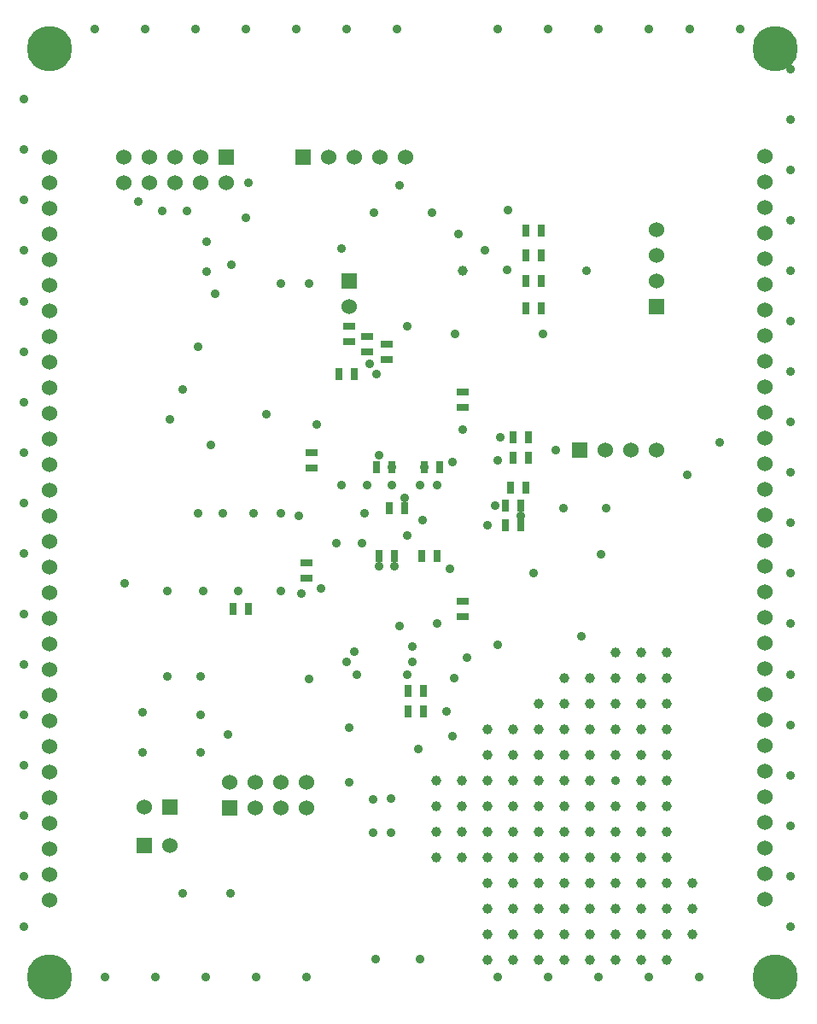
<source format=gbs>
G04 (created by PCBNEW (2013-07-07 BZR 4022)-stable) date 2015/08/01 18:05:42*
%MOIN*%
G04 Gerber Fmt 3.4, Leading zero omitted, Abs format*
%FSLAX34Y34*%
G01*
G70*
G90*
G04 APERTURE LIST*
%ADD10C,0.00590551*%
%ADD11R,0.045X0.025*%
%ADD12R,0.025X0.045*%
%ADD13C,0.0354*%
%ADD14R,0.06X0.06*%
%ADD15C,0.06*%
%ADD16C,0.177165*%
%ADD17C,0.0393701*%
%ADD18C,0.035*%
G04 APERTURE END LIST*
G54D10*
G54D11*
X29921Y-30122D03*
X29921Y-29522D03*
G54D12*
X35044Y-29232D03*
X34444Y-29232D03*
X32672Y-25787D03*
X33272Y-25787D03*
X27062Y-31299D03*
X27662Y-31299D03*
G54D11*
X30118Y-25192D03*
X30118Y-25792D03*
G54D12*
X32770Y-29232D03*
X33370Y-29232D03*
X33164Y-27362D03*
X33764Y-27362D03*
X38292Y-28051D03*
X37692Y-28051D03*
X37692Y-27263D03*
X38292Y-27263D03*
X37888Y-26574D03*
X38488Y-26574D03*
X35142Y-25787D03*
X34542Y-25787D03*
G54D13*
X32637Y-44960D03*
X34369Y-44960D03*
G54D12*
X37987Y-25393D03*
X38587Y-25393D03*
X37987Y-24606D03*
X38587Y-24606D03*
G54D11*
X32283Y-21264D03*
X32283Y-20664D03*
X33070Y-21559D03*
X33070Y-20959D03*
X36023Y-31599D03*
X36023Y-30999D03*
X36023Y-23429D03*
X36023Y-22829D03*
G54D14*
X26803Y-13673D03*
G54D15*
X26803Y-14673D03*
X25803Y-13673D03*
X25803Y-14673D03*
X24803Y-13673D03*
X24803Y-14673D03*
X23803Y-13673D03*
X23803Y-14673D03*
X22803Y-13673D03*
X22803Y-14673D03*
G54D14*
X29791Y-13681D03*
G54D15*
X30791Y-13681D03*
X31791Y-13681D03*
X32791Y-13681D03*
X33791Y-13681D03*
G54D14*
X26944Y-39082D03*
G54D15*
X26944Y-38082D03*
X27944Y-39082D03*
X27944Y-38082D03*
X28944Y-39082D03*
X28944Y-38082D03*
X29944Y-39082D03*
X29944Y-38082D03*
G54D14*
X40600Y-25100D03*
G54D15*
X41600Y-25100D03*
X42600Y-25100D03*
X43600Y-25100D03*
G54D14*
X43602Y-19511D03*
G54D15*
X43602Y-18511D03*
X43602Y-17511D03*
X43602Y-16511D03*
X19881Y-13665D03*
X19881Y-14665D03*
X19881Y-23665D03*
X19881Y-16665D03*
X19881Y-25665D03*
X19881Y-18665D03*
X19881Y-27665D03*
X19881Y-20665D03*
X19881Y-29665D03*
X19881Y-22665D03*
X19881Y-31665D03*
X19881Y-24665D03*
X19881Y-33665D03*
X19881Y-26665D03*
X19881Y-35665D03*
X19881Y-28665D03*
X19881Y-37665D03*
X19881Y-30665D03*
X19881Y-39665D03*
X19881Y-32665D03*
X19881Y-34665D03*
X19881Y-36665D03*
X19881Y-38665D03*
X19881Y-40665D03*
X19881Y-15665D03*
X19881Y-17665D03*
X19881Y-19665D03*
X19881Y-21665D03*
X19881Y-41665D03*
X19881Y-42665D03*
X47834Y-42633D03*
X47834Y-41633D03*
X47834Y-32633D03*
X47834Y-39633D03*
X47834Y-30633D03*
X47834Y-37633D03*
X47834Y-28633D03*
X47834Y-35633D03*
X47834Y-26633D03*
X47834Y-33633D03*
X47834Y-24633D03*
X47834Y-31633D03*
X47834Y-22633D03*
X47834Y-29633D03*
X47834Y-20633D03*
X47834Y-27633D03*
X47834Y-18633D03*
X47834Y-25633D03*
X47834Y-16633D03*
X47834Y-23633D03*
X47834Y-21633D03*
X47834Y-19633D03*
X47834Y-17633D03*
X47834Y-15633D03*
X47834Y-40633D03*
X47834Y-38633D03*
X47834Y-36633D03*
X47834Y-34633D03*
X47834Y-14633D03*
X47834Y-13633D03*
G54D14*
X24600Y-39040D03*
G54D15*
X23600Y-39040D03*
G54D14*
X23600Y-40540D03*
G54D15*
X24600Y-40540D03*
G54D16*
X19881Y-9448D03*
X19881Y-45669D03*
X48228Y-9448D03*
X48228Y-45669D03*
G54D12*
X31796Y-22145D03*
X31196Y-22145D03*
G54D11*
X31594Y-20870D03*
X31594Y-20270D03*
G54D12*
X38479Y-19586D03*
X39079Y-19586D03*
X38479Y-18503D03*
X39079Y-18503D03*
X38479Y-17519D03*
X39079Y-17519D03*
X38479Y-16535D03*
X39079Y-16535D03*
G54D14*
X31594Y-18496D03*
G54D15*
X31594Y-19496D03*
G54D12*
X33900Y-34500D03*
X34500Y-34500D03*
X33900Y-35300D03*
X34500Y-35300D03*
G54D17*
X43000Y-33000D03*
X43000Y-35000D03*
X43000Y-34000D03*
X42000Y-33000D03*
X42000Y-34000D03*
X42000Y-35000D03*
X42000Y-36000D03*
X42000Y-37000D03*
G54D18*
X42000Y-38000D03*
G54D17*
X42000Y-39000D03*
X42000Y-40000D03*
X42000Y-41000D03*
X42000Y-42000D03*
X42000Y-43000D03*
X42000Y-44000D03*
X43000Y-44000D03*
X44000Y-44000D03*
X44000Y-43000D03*
X44000Y-42000D03*
X44000Y-41000D03*
X44000Y-40000D03*
X44000Y-39000D03*
X44000Y-38000D03*
X44000Y-37000D03*
X44000Y-36000D03*
X44000Y-35000D03*
X44000Y-34000D03*
X44000Y-33000D03*
X43000Y-42000D03*
X43000Y-43000D03*
X43000Y-41000D03*
X43000Y-40000D03*
X43000Y-39000D03*
X43000Y-38000D03*
X43000Y-37000D03*
X43000Y-36000D03*
X41000Y-36000D03*
X40000Y-36000D03*
X38000Y-37000D03*
X39000Y-37000D03*
X40000Y-37000D03*
X41000Y-37000D03*
X41000Y-38000D03*
X40000Y-38000D03*
X39000Y-38000D03*
X38000Y-38000D03*
X38000Y-39000D03*
X39000Y-39000D03*
X40000Y-39000D03*
X41000Y-39000D03*
X41000Y-40000D03*
X40000Y-40000D03*
X39000Y-40000D03*
X38000Y-40000D03*
X38000Y-41000D03*
X39000Y-41000D03*
X40000Y-41000D03*
X41000Y-41000D03*
X41000Y-42000D03*
X40000Y-42000D03*
X39000Y-42000D03*
X38000Y-42000D03*
X39000Y-43000D03*
X40000Y-43000D03*
X41000Y-43000D03*
X41000Y-44000D03*
X40000Y-44000D03*
X39000Y-44000D03*
X38000Y-43000D03*
X38000Y-44000D03*
X37000Y-44000D03*
X37000Y-43000D03*
X37000Y-42000D03*
X37000Y-41000D03*
X37000Y-40000D03*
X37000Y-39000D03*
X37000Y-38000D03*
X37000Y-37000D03*
X37000Y-36000D03*
X38000Y-36000D03*
X39000Y-36000D03*
X39000Y-35000D03*
X40000Y-35000D03*
X40000Y-34000D03*
X41000Y-35000D03*
X41000Y-34000D03*
X45000Y-42000D03*
X45000Y-43000D03*
X45000Y-44000D03*
G54D18*
X31299Y-17224D03*
X37401Y-25492D03*
X37500Y-24606D03*
X36023Y-24311D03*
X33562Y-14763D03*
X26377Y-18996D03*
X32578Y-15846D03*
X25688Y-21062D03*
X25098Y-22736D03*
X24606Y-23917D03*
X34055Y-32775D03*
X31791Y-32972D03*
X31496Y-33366D03*
X34055Y-33366D03*
X32677Y-22145D03*
X32381Y-21751D03*
X35728Y-20570D03*
X33858Y-20275D03*
X35866Y-16663D03*
G54D17*
X36023Y-18110D03*
G54D18*
X37755Y-18070D03*
X36909Y-17322D03*
X33858Y-33858D03*
X31889Y-33858D03*
X35039Y-31889D03*
X33228Y-38700D03*
X33228Y-40039D03*
X32519Y-40039D03*
X32519Y-38740D03*
X40649Y-32381D03*
X25098Y-42421D03*
X26968Y-42421D03*
X37007Y-28051D03*
X34448Y-27854D03*
X33759Y-26968D03*
X35400Y-35300D03*
X35700Y-34000D03*
X36200Y-33200D03*
X37400Y-32700D03*
X37303Y-27263D03*
G54D17*
X35000Y-37992D03*
X36000Y-38000D03*
X36000Y-39000D03*
X36000Y-40000D03*
X36000Y-41000D03*
X35000Y-41000D03*
X35000Y-40000D03*
X35000Y-39000D03*
G54D18*
X30314Y-24114D03*
X31594Y-35925D03*
X31594Y-38090D03*
X27263Y-30610D03*
X28937Y-30610D03*
X31102Y-28740D03*
X26870Y-36220D03*
X25787Y-33956D03*
X25787Y-35433D03*
X25787Y-36909D03*
X35039Y-26476D03*
X34350Y-26476D03*
X33267Y-26476D03*
X32283Y-26476D03*
X31299Y-26476D03*
X28937Y-27559D03*
X27854Y-27559D03*
X33858Y-28444D03*
X32086Y-28740D03*
X35629Y-25590D03*
X32775Y-25295D03*
X35531Y-29724D03*
X32775Y-29625D03*
X30511Y-30511D03*
X23523Y-36909D03*
X23523Y-35334D03*
X24507Y-33956D03*
X25688Y-27559D03*
X26673Y-27559D03*
X28346Y-23720D03*
X38287Y-27657D03*
X35629Y-36259D03*
X34291Y-36771D03*
X24291Y-15787D03*
X27007Y-17874D03*
X26023Y-18149D03*
X27559Y-16043D03*
X27657Y-14665D03*
X25275Y-15787D03*
X26023Y-16968D03*
X23346Y-15393D03*
X22834Y-30314D03*
G54D17*
X37000Y-45000D03*
X38000Y-45000D03*
X39000Y-45000D03*
X40000Y-45000D03*
X41000Y-45000D03*
X42000Y-45000D03*
X43000Y-45000D03*
X44000Y-45000D03*
G54D18*
X32185Y-27559D03*
X39173Y-20570D03*
X40846Y-18110D03*
X37795Y-15748D03*
X34842Y-15846D03*
X30019Y-18602D03*
X28941Y-18602D03*
X24507Y-30610D03*
X26181Y-24901D03*
X25885Y-30610D03*
X29724Y-30708D03*
X30019Y-34055D03*
X33562Y-31988D03*
X38779Y-29921D03*
X46062Y-24803D03*
X39665Y-25098D03*
X39960Y-27362D03*
X41633Y-27362D03*
X44783Y-26082D03*
X18897Y-43700D03*
X18897Y-41732D03*
X18897Y-39370D03*
X18897Y-37401D03*
X18897Y-35433D03*
X18897Y-33464D03*
X18897Y-31496D03*
X18897Y-29133D03*
X18897Y-27165D03*
X18897Y-25196D03*
X18897Y-23228D03*
X18897Y-21259D03*
X18897Y-19291D03*
X18897Y-17322D03*
X18897Y-15354D03*
X18897Y-13385D03*
X18897Y-11417D03*
X21653Y-8661D03*
X23622Y-8661D03*
X25590Y-8661D03*
X27559Y-8661D03*
X29527Y-8661D03*
X31496Y-8661D03*
X33464Y-8661D03*
X37401Y-8661D03*
X39370Y-8661D03*
X41338Y-8661D03*
X43307Y-8661D03*
X44881Y-8661D03*
X46850Y-8661D03*
X48818Y-10236D03*
X48818Y-12204D03*
X48818Y-14173D03*
X48818Y-16141D03*
X48818Y-18110D03*
X48818Y-20078D03*
X48818Y-22047D03*
X48818Y-24015D03*
X48818Y-25984D03*
X48818Y-27952D03*
X48818Y-29921D03*
X48818Y-31889D03*
X48818Y-33858D03*
X48818Y-35826D03*
X48818Y-37795D03*
X48818Y-39763D03*
X48818Y-41732D03*
X48818Y-43700D03*
X37401Y-45669D03*
X39370Y-45669D03*
X41338Y-45669D03*
X43307Y-45669D03*
X45275Y-45669D03*
X29921Y-45669D03*
X27952Y-45669D03*
X25984Y-45669D03*
X24015Y-45669D03*
X22047Y-45669D03*
X33272Y-25787D03*
X34542Y-25787D03*
X41417Y-29173D03*
X29625Y-27657D03*
X33366Y-29625D03*
M02*

</source>
